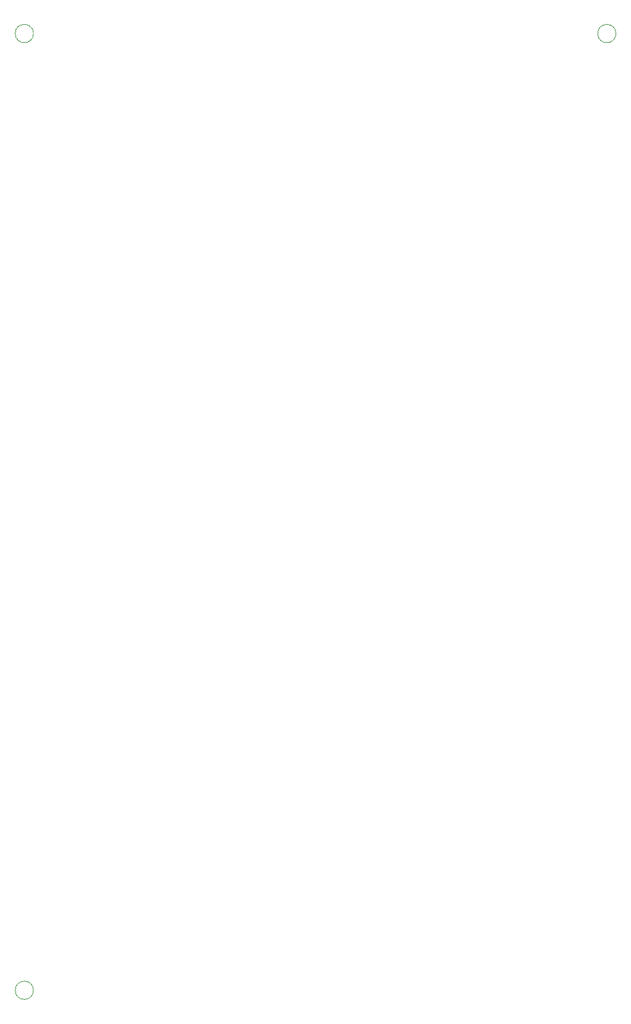
<source format=gbr>
G04 #@! TF.GenerationSoftware,KiCad,Pcbnew,8.0.6*
G04 #@! TF.CreationDate,2024-11-07T02:26:39-08:00*
G04 #@! TF.ProjectId,hvd-50-ce-panel,6876642d-3530-42d6-9365-2d70616e656c,1*
G04 #@! TF.SameCoordinates,Original*
G04 #@! TF.FileFunction,AssemblyDrawing,Bot*
%FSLAX46Y46*%
G04 Gerber Fmt 4.6, Leading zero omitted, Abs format (unit mm)*
G04 Created by KiCad (PCBNEW 8.0.6) date 2024-11-07 02:26:39*
%MOMM*%
%LPD*%
G01*
G04 APERTURE LIST*
%ADD10C,0.050000*%
G04 APERTURE END LIST*
D10*
G04 #@! TO.C,KiKit_FID_B_2*
X-1250000Y133503500D02*
G75*
G02*
X-3750000Y133503500I-1250000J0D01*
G01*
X-3750000Y133503500D02*
G75*
G02*
X-1250000Y133503500I1250000J0D01*
G01*
G04 #@! TO.C,KiKit_FID_B_1*
X-81050000Y133503500D02*
G75*
G02*
X-83550000Y133503500I-1250000J0D01*
G01*
X-83550000Y133503500D02*
G75*
G02*
X-81050000Y133503500I1250000J0D01*
G01*
G04 #@! TO.C,KiKit_FID_B_3*
X-81050000Y2500000D02*
G75*
G02*
X-83550000Y2500000I-1250000J0D01*
G01*
X-83550000Y2500000D02*
G75*
G02*
X-81050000Y2500000I1250000J0D01*
G01*
G04 #@! TD*
M02*

</source>
